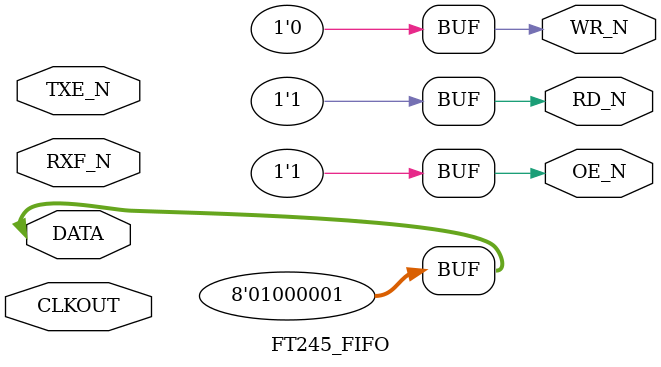
<source format=v>
`timescale 1ns / 1ps


module FT245_FIFO(
    input CLKOUT,
    inout [7:0] DATA,
    input RXF_N,
    input TXE_N,
    output RD_N,
    output WR_N,
    output OE_N
    );
    
    assign DATA = 8'h41; // A in ASCII
    assign WR_N = 1'b0;
    assign OE_N = 1'b1;
    assign RD_N = 1'b1;
endmodule

</source>
